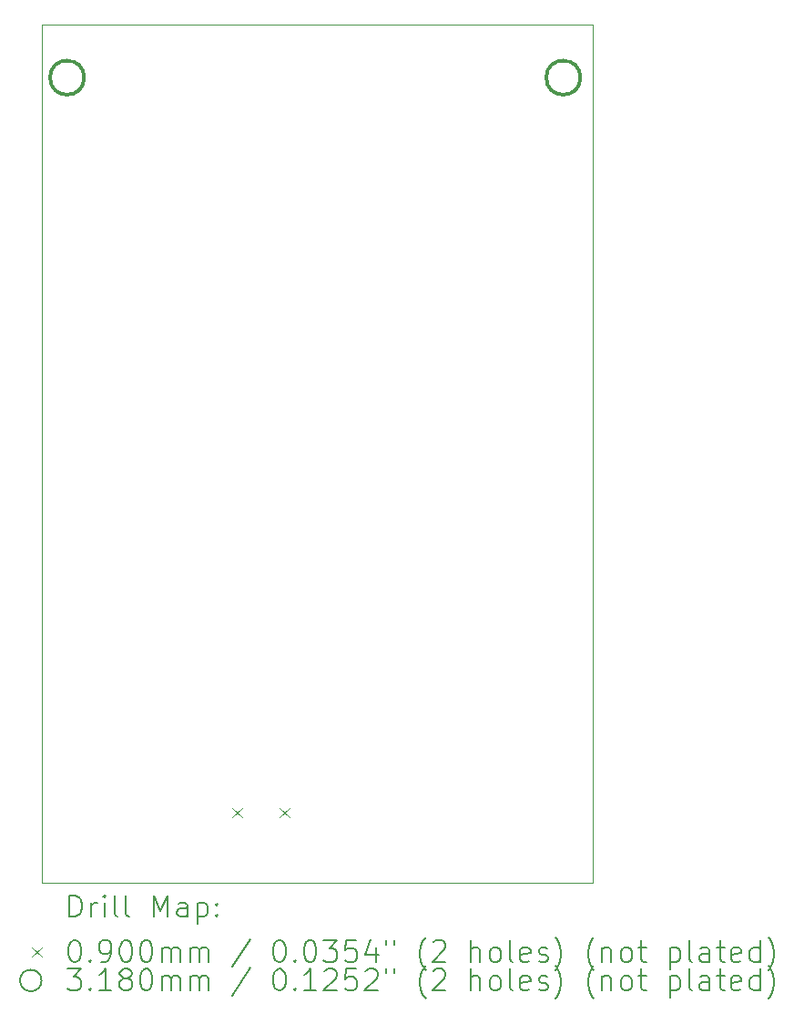
<source format=gbr>
%TF.GenerationSoftware,KiCad,Pcbnew,7.0.6*%
%TF.CreationDate,2023-07-13T10:31:53-07:00*%
%TF.ProjectId,pcb,7063622e-6b69-4636-9164-5f7063625858,rev?*%
%TF.SameCoordinates,Original*%
%TF.FileFunction,Drillmap*%
%TF.FilePolarity,Positive*%
%FSLAX45Y45*%
G04 Gerber Fmt 4.5, Leading zero omitted, Abs format (unit mm)*
G04 Created by KiCad (PCBNEW 7.0.6) date 2023-07-13 10:31:53*
%MOMM*%
%LPD*%
G01*
G04 APERTURE LIST*
%ADD10C,0.100000*%
%ADD11C,0.200000*%
%ADD12C,0.090000*%
%ADD13C,0.318000*%
G04 APERTURE END LIST*
D10*
X6075000Y-3825000D02*
X11200000Y-3825000D01*
X11200000Y-11800000D01*
X6075000Y-11800000D01*
X6075000Y-3825000D01*
D11*
D12*
X7845000Y-11105000D02*
X7935000Y-11195000D01*
X7935000Y-11105000D02*
X7845000Y-11195000D01*
X8285000Y-11105000D02*
X8375000Y-11195000D01*
X8375000Y-11105000D02*
X8285000Y-11195000D01*
D13*
X6467000Y-4318000D02*
G75*
G03*
X6467000Y-4318000I-159000J0D01*
G01*
X11081000Y-4318000D02*
G75*
G03*
X11081000Y-4318000I-159000J0D01*
G01*
D11*
X6330777Y-12116484D02*
X6330777Y-11916484D01*
X6330777Y-11916484D02*
X6378396Y-11916484D01*
X6378396Y-11916484D02*
X6406967Y-11926008D01*
X6406967Y-11926008D02*
X6426015Y-11945055D01*
X6426015Y-11945055D02*
X6435539Y-11964103D01*
X6435539Y-11964103D02*
X6445062Y-12002198D01*
X6445062Y-12002198D02*
X6445062Y-12030769D01*
X6445062Y-12030769D02*
X6435539Y-12068865D01*
X6435539Y-12068865D02*
X6426015Y-12087912D01*
X6426015Y-12087912D02*
X6406967Y-12106960D01*
X6406967Y-12106960D02*
X6378396Y-12116484D01*
X6378396Y-12116484D02*
X6330777Y-12116484D01*
X6530777Y-12116484D02*
X6530777Y-11983150D01*
X6530777Y-12021246D02*
X6540301Y-12002198D01*
X6540301Y-12002198D02*
X6549824Y-11992674D01*
X6549824Y-11992674D02*
X6568872Y-11983150D01*
X6568872Y-11983150D02*
X6587920Y-11983150D01*
X6654586Y-12116484D02*
X6654586Y-11983150D01*
X6654586Y-11916484D02*
X6645062Y-11926008D01*
X6645062Y-11926008D02*
X6654586Y-11935531D01*
X6654586Y-11935531D02*
X6664110Y-11926008D01*
X6664110Y-11926008D02*
X6654586Y-11916484D01*
X6654586Y-11916484D02*
X6654586Y-11935531D01*
X6778396Y-12116484D02*
X6759348Y-12106960D01*
X6759348Y-12106960D02*
X6749824Y-12087912D01*
X6749824Y-12087912D02*
X6749824Y-11916484D01*
X6883158Y-12116484D02*
X6864110Y-12106960D01*
X6864110Y-12106960D02*
X6854586Y-12087912D01*
X6854586Y-12087912D02*
X6854586Y-11916484D01*
X7111729Y-12116484D02*
X7111729Y-11916484D01*
X7111729Y-11916484D02*
X7178396Y-12059341D01*
X7178396Y-12059341D02*
X7245062Y-11916484D01*
X7245062Y-11916484D02*
X7245062Y-12116484D01*
X7426015Y-12116484D02*
X7426015Y-12011722D01*
X7426015Y-12011722D02*
X7416491Y-11992674D01*
X7416491Y-11992674D02*
X7397443Y-11983150D01*
X7397443Y-11983150D02*
X7359348Y-11983150D01*
X7359348Y-11983150D02*
X7340301Y-11992674D01*
X7426015Y-12106960D02*
X7406967Y-12116484D01*
X7406967Y-12116484D02*
X7359348Y-12116484D01*
X7359348Y-12116484D02*
X7340301Y-12106960D01*
X7340301Y-12106960D02*
X7330777Y-12087912D01*
X7330777Y-12087912D02*
X7330777Y-12068865D01*
X7330777Y-12068865D02*
X7340301Y-12049817D01*
X7340301Y-12049817D02*
X7359348Y-12040293D01*
X7359348Y-12040293D02*
X7406967Y-12040293D01*
X7406967Y-12040293D02*
X7426015Y-12030769D01*
X7521253Y-11983150D02*
X7521253Y-12183150D01*
X7521253Y-11992674D02*
X7540301Y-11983150D01*
X7540301Y-11983150D02*
X7578396Y-11983150D01*
X7578396Y-11983150D02*
X7597443Y-11992674D01*
X7597443Y-11992674D02*
X7606967Y-12002198D01*
X7606967Y-12002198D02*
X7616491Y-12021246D01*
X7616491Y-12021246D02*
X7616491Y-12078388D01*
X7616491Y-12078388D02*
X7606967Y-12097436D01*
X7606967Y-12097436D02*
X7597443Y-12106960D01*
X7597443Y-12106960D02*
X7578396Y-12116484D01*
X7578396Y-12116484D02*
X7540301Y-12116484D01*
X7540301Y-12116484D02*
X7521253Y-12106960D01*
X7702205Y-12097436D02*
X7711729Y-12106960D01*
X7711729Y-12106960D02*
X7702205Y-12116484D01*
X7702205Y-12116484D02*
X7692682Y-12106960D01*
X7692682Y-12106960D02*
X7702205Y-12097436D01*
X7702205Y-12097436D02*
X7702205Y-12116484D01*
X7702205Y-11992674D02*
X7711729Y-12002198D01*
X7711729Y-12002198D02*
X7702205Y-12011722D01*
X7702205Y-12011722D02*
X7692682Y-12002198D01*
X7692682Y-12002198D02*
X7702205Y-11992674D01*
X7702205Y-11992674D02*
X7702205Y-12011722D01*
D12*
X5980000Y-12400000D02*
X6070000Y-12490000D01*
X6070000Y-12400000D02*
X5980000Y-12490000D01*
D11*
X6368872Y-12336484D02*
X6387920Y-12336484D01*
X6387920Y-12336484D02*
X6406967Y-12346008D01*
X6406967Y-12346008D02*
X6416491Y-12355531D01*
X6416491Y-12355531D02*
X6426015Y-12374579D01*
X6426015Y-12374579D02*
X6435539Y-12412674D01*
X6435539Y-12412674D02*
X6435539Y-12460293D01*
X6435539Y-12460293D02*
X6426015Y-12498388D01*
X6426015Y-12498388D02*
X6416491Y-12517436D01*
X6416491Y-12517436D02*
X6406967Y-12526960D01*
X6406967Y-12526960D02*
X6387920Y-12536484D01*
X6387920Y-12536484D02*
X6368872Y-12536484D01*
X6368872Y-12536484D02*
X6349824Y-12526960D01*
X6349824Y-12526960D02*
X6340301Y-12517436D01*
X6340301Y-12517436D02*
X6330777Y-12498388D01*
X6330777Y-12498388D02*
X6321253Y-12460293D01*
X6321253Y-12460293D02*
X6321253Y-12412674D01*
X6321253Y-12412674D02*
X6330777Y-12374579D01*
X6330777Y-12374579D02*
X6340301Y-12355531D01*
X6340301Y-12355531D02*
X6349824Y-12346008D01*
X6349824Y-12346008D02*
X6368872Y-12336484D01*
X6521253Y-12517436D02*
X6530777Y-12526960D01*
X6530777Y-12526960D02*
X6521253Y-12536484D01*
X6521253Y-12536484D02*
X6511729Y-12526960D01*
X6511729Y-12526960D02*
X6521253Y-12517436D01*
X6521253Y-12517436D02*
X6521253Y-12536484D01*
X6626015Y-12536484D02*
X6664110Y-12536484D01*
X6664110Y-12536484D02*
X6683158Y-12526960D01*
X6683158Y-12526960D02*
X6692682Y-12517436D01*
X6692682Y-12517436D02*
X6711729Y-12488865D01*
X6711729Y-12488865D02*
X6721253Y-12450769D01*
X6721253Y-12450769D02*
X6721253Y-12374579D01*
X6721253Y-12374579D02*
X6711729Y-12355531D01*
X6711729Y-12355531D02*
X6702205Y-12346008D01*
X6702205Y-12346008D02*
X6683158Y-12336484D01*
X6683158Y-12336484D02*
X6645062Y-12336484D01*
X6645062Y-12336484D02*
X6626015Y-12346008D01*
X6626015Y-12346008D02*
X6616491Y-12355531D01*
X6616491Y-12355531D02*
X6606967Y-12374579D01*
X6606967Y-12374579D02*
X6606967Y-12422198D01*
X6606967Y-12422198D02*
X6616491Y-12441246D01*
X6616491Y-12441246D02*
X6626015Y-12450769D01*
X6626015Y-12450769D02*
X6645062Y-12460293D01*
X6645062Y-12460293D02*
X6683158Y-12460293D01*
X6683158Y-12460293D02*
X6702205Y-12450769D01*
X6702205Y-12450769D02*
X6711729Y-12441246D01*
X6711729Y-12441246D02*
X6721253Y-12422198D01*
X6845062Y-12336484D02*
X6864110Y-12336484D01*
X6864110Y-12336484D02*
X6883158Y-12346008D01*
X6883158Y-12346008D02*
X6892682Y-12355531D01*
X6892682Y-12355531D02*
X6902205Y-12374579D01*
X6902205Y-12374579D02*
X6911729Y-12412674D01*
X6911729Y-12412674D02*
X6911729Y-12460293D01*
X6911729Y-12460293D02*
X6902205Y-12498388D01*
X6902205Y-12498388D02*
X6892682Y-12517436D01*
X6892682Y-12517436D02*
X6883158Y-12526960D01*
X6883158Y-12526960D02*
X6864110Y-12536484D01*
X6864110Y-12536484D02*
X6845062Y-12536484D01*
X6845062Y-12536484D02*
X6826015Y-12526960D01*
X6826015Y-12526960D02*
X6816491Y-12517436D01*
X6816491Y-12517436D02*
X6806967Y-12498388D01*
X6806967Y-12498388D02*
X6797443Y-12460293D01*
X6797443Y-12460293D02*
X6797443Y-12412674D01*
X6797443Y-12412674D02*
X6806967Y-12374579D01*
X6806967Y-12374579D02*
X6816491Y-12355531D01*
X6816491Y-12355531D02*
X6826015Y-12346008D01*
X6826015Y-12346008D02*
X6845062Y-12336484D01*
X7035539Y-12336484D02*
X7054586Y-12336484D01*
X7054586Y-12336484D02*
X7073634Y-12346008D01*
X7073634Y-12346008D02*
X7083158Y-12355531D01*
X7083158Y-12355531D02*
X7092682Y-12374579D01*
X7092682Y-12374579D02*
X7102205Y-12412674D01*
X7102205Y-12412674D02*
X7102205Y-12460293D01*
X7102205Y-12460293D02*
X7092682Y-12498388D01*
X7092682Y-12498388D02*
X7083158Y-12517436D01*
X7083158Y-12517436D02*
X7073634Y-12526960D01*
X7073634Y-12526960D02*
X7054586Y-12536484D01*
X7054586Y-12536484D02*
X7035539Y-12536484D01*
X7035539Y-12536484D02*
X7016491Y-12526960D01*
X7016491Y-12526960D02*
X7006967Y-12517436D01*
X7006967Y-12517436D02*
X6997443Y-12498388D01*
X6997443Y-12498388D02*
X6987920Y-12460293D01*
X6987920Y-12460293D02*
X6987920Y-12412674D01*
X6987920Y-12412674D02*
X6997443Y-12374579D01*
X6997443Y-12374579D02*
X7006967Y-12355531D01*
X7006967Y-12355531D02*
X7016491Y-12346008D01*
X7016491Y-12346008D02*
X7035539Y-12336484D01*
X7187920Y-12536484D02*
X7187920Y-12403150D01*
X7187920Y-12422198D02*
X7197443Y-12412674D01*
X7197443Y-12412674D02*
X7216491Y-12403150D01*
X7216491Y-12403150D02*
X7245063Y-12403150D01*
X7245063Y-12403150D02*
X7264110Y-12412674D01*
X7264110Y-12412674D02*
X7273634Y-12431722D01*
X7273634Y-12431722D02*
X7273634Y-12536484D01*
X7273634Y-12431722D02*
X7283158Y-12412674D01*
X7283158Y-12412674D02*
X7302205Y-12403150D01*
X7302205Y-12403150D02*
X7330777Y-12403150D01*
X7330777Y-12403150D02*
X7349824Y-12412674D01*
X7349824Y-12412674D02*
X7359348Y-12431722D01*
X7359348Y-12431722D02*
X7359348Y-12536484D01*
X7454586Y-12536484D02*
X7454586Y-12403150D01*
X7454586Y-12422198D02*
X7464110Y-12412674D01*
X7464110Y-12412674D02*
X7483158Y-12403150D01*
X7483158Y-12403150D02*
X7511729Y-12403150D01*
X7511729Y-12403150D02*
X7530777Y-12412674D01*
X7530777Y-12412674D02*
X7540301Y-12431722D01*
X7540301Y-12431722D02*
X7540301Y-12536484D01*
X7540301Y-12431722D02*
X7549824Y-12412674D01*
X7549824Y-12412674D02*
X7568872Y-12403150D01*
X7568872Y-12403150D02*
X7597443Y-12403150D01*
X7597443Y-12403150D02*
X7616491Y-12412674D01*
X7616491Y-12412674D02*
X7626015Y-12431722D01*
X7626015Y-12431722D02*
X7626015Y-12536484D01*
X8016491Y-12326960D02*
X7845063Y-12584103D01*
X8273634Y-12336484D02*
X8292682Y-12336484D01*
X8292682Y-12336484D02*
X8311729Y-12346008D01*
X8311729Y-12346008D02*
X8321253Y-12355531D01*
X8321253Y-12355531D02*
X8330777Y-12374579D01*
X8330777Y-12374579D02*
X8340301Y-12412674D01*
X8340301Y-12412674D02*
X8340301Y-12460293D01*
X8340301Y-12460293D02*
X8330777Y-12498388D01*
X8330777Y-12498388D02*
X8321253Y-12517436D01*
X8321253Y-12517436D02*
X8311729Y-12526960D01*
X8311729Y-12526960D02*
X8292682Y-12536484D01*
X8292682Y-12536484D02*
X8273634Y-12536484D01*
X8273634Y-12536484D02*
X8254586Y-12526960D01*
X8254586Y-12526960D02*
X8245063Y-12517436D01*
X8245063Y-12517436D02*
X8235539Y-12498388D01*
X8235539Y-12498388D02*
X8226015Y-12460293D01*
X8226015Y-12460293D02*
X8226015Y-12412674D01*
X8226015Y-12412674D02*
X8235539Y-12374579D01*
X8235539Y-12374579D02*
X8245063Y-12355531D01*
X8245063Y-12355531D02*
X8254586Y-12346008D01*
X8254586Y-12346008D02*
X8273634Y-12336484D01*
X8426015Y-12517436D02*
X8435539Y-12526960D01*
X8435539Y-12526960D02*
X8426015Y-12536484D01*
X8426015Y-12536484D02*
X8416491Y-12526960D01*
X8416491Y-12526960D02*
X8426015Y-12517436D01*
X8426015Y-12517436D02*
X8426015Y-12536484D01*
X8559348Y-12336484D02*
X8578396Y-12336484D01*
X8578396Y-12336484D02*
X8597444Y-12346008D01*
X8597444Y-12346008D02*
X8606968Y-12355531D01*
X8606968Y-12355531D02*
X8616491Y-12374579D01*
X8616491Y-12374579D02*
X8626015Y-12412674D01*
X8626015Y-12412674D02*
X8626015Y-12460293D01*
X8626015Y-12460293D02*
X8616491Y-12498388D01*
X8616491Y-12498388D02*
X8606968Y-12517436D01*
X8606968Y-12517436D02*
X8597444Y-12526960D01*
X8597444Y-12526960D02*
X8578396Y-12536484D01*
X8578396Y-12536484D02*
X8559348Y-12536484D01*
X8559348Y-12536484D02*
X8540301Y-12526960D01*
X8540301Y-12526960D02*
X8530777Y-12517436D01*
X8530777Y-12517436D02*
X8521253Y-12498388D01*
X8521253Y-12498388D02*
X8511729Y-12460293D01*
X8511729Y-12460293D02*
X8511729Y-12412674D01*
X8511729Y-12412674D02*
X8521253Y-12374579D01*
X8521253Y-12374579D02*
X8530777Y-12355531D01*
X8530777Y-12355531D02*
X8540301Y-12346008D01*
X8540301Y-12346008D02*
X8559348Y-12336484D01*
X8692682Y-12336484D02*
X8816491Y-12336484D01*
X8816491Y-12336484D02*
X8749825Y-12412674D01*
X8749825Y-12412674D02*
X8778396Y-12412674D01*
X8778396Y-12412674D02*
X8797444Y-12422198D01*
X8797444Y-12422198D02*
X8806968Y-12431722D01*
X8806968Y-12431722D02*
X8816491Y-12450769D01*
X8816491Y-12450769D02*
X8816491Y-12498388D01*
X8816491Y-12498388D02*
X8806968Y-12517436D01*
X8806968Y-12517436D02*
X8797444Y-12526960D01*
X8797444Y-12526960D02*
X8778396Y-12536484D01*
X8778396Y-12536484D02*
X8721253Y-12536484D01*
X8721253Y-12536484D02*
X8702206Y-12526960D01*
X8702206Y-12526960D02*
X8692682Y-12517436D01*
X8997444Y-12336484D02*
X8902206Y-12336484D01*
X8902206Y-12336484D02*
X8892682Y-12431722D01*
X8892682Y-12431722D02*
X8902206Y-12422198D01*
X8902206Y-12422198D02*
X8921253Y-12412674D01*
X8921253Y-12412674D02*
X8968872Y-12412674D01*
X8968872Y-12412674D02*
X8987920Y-12422198D01*
X8987920Y-12422198D02*
X8997444Y-12431722D01*
X8997444Y-12431722D02*
X9006968Y-12450769D01*
X9006968Y-12450769D02*
X9006968Y-12498388D01*
X9006968Y-12498388D02*
X8997444Y-12517436D01*
X8997444Y-12517436D02*
X8987920Y-12526960D01*
X8987920Y-12526960D02*
X8968872Y-12536484D01*
X8968872Y-12536484D02*
X8921253Y-12536484D01*
X8921253Y-12536484D02*
X8902206Y-12526960D01*
X8902206Y-12526960D02*
X8892682Y-12517436D01*
X9178396Y-12403150D02*
X9178396Y-12536484D01*
X9130777Y-12326960D02*
X9083158Y-12469817D01*
X9083158Y-12469817D02*
X9206968Y-12469817D01*
X9273634Y-12336484D02*
X9273634Y-12374579D01*
X9349825Y-12336484D02*
X9349825Y-12374579D01*
X9645063Y-12612674D02*
X9635539Y-12603150D01*
X9635539Y-12603150D02*
X9616491Y-12574579D01*
X9616491Y-12574579D02*
X9606968Y-12555531D01*
X9606968Y-12555531D02*
X9597444Y-12526960D01*
X9597444Y-12526960D02*
X9587920Y-12479341D01*
X9587920Y-12479341D02*
X9587920Y-12441246D01*
X9587920Y-12441246D02*
X9597444Y-12393627D01*
X9597444Y-12393627D02*
X9606968Y-12365055D01*
X9606968Y-12365055D02*
X9616491Y-12346008D01*
X9616491Y-12346008D02*
X9635539Y-12317436D01*
X9635539Y-12317436D02*
X9645063Y-12307912D01*
X9711730Y-12355531D02*
X9721253Y-12346008D01*
X9721253Y-12346008D02*
X9740301Y-12336484D01*
X9740301Y-12336484D02*
X9787920Y-12336484D01*
X9787920Y-12336484D02*
X9806968Y-12346008D01*
X9806968Y-12346008D02*
X9816491Y-12355531D01*
X9816491Y-12355531D02*
X9826015Y-12374579D01*
X9826015Y-12374579D02*
X9826015Y-12393627D01*
X9826015Y-12393627D02*
X9816491Y-12422198D01*
X9816491Y-12422198D02*
X9702206Y-12536484D01*
X9702206Y-12536484D02*
X9826015Y-12536484D01*
X10064111Y-12536484D02*
X10064111Y-12336484D01*
X10149825Y-12536484D02*
X10149825Y-12431722D01*
X10149825Y-12431722D02*
X10140301Y-12412674D01*
X10140301Y-12412674D02*
X10121253Y-12403150D01*
X10121253Y-12403150D02*
X10092682Y-12403150D01*
X10092682Y-12403150D02*
X10073634Y-12412674D01*
X10073634Y-12412674D02*
X10064111Y-12422198D01*
X10273634Y-12536484D02*
X10254587Y-12526960D01*
X10254587Y-12526960D02*
X10245063Y-12517436D01*
X10245063Y-12517436D02*
X10235539Y-12498388D01*
X10235539Y-12498388D02*
X10235539Y-12441246D01*
X10235539Y-12441246D02*
X10245063Y-12422198D01*
X10245063Y-12422198D02*
X10254587Y-12412674D01*
X10254587Y-12412674D02*
X10273634Y-12403150D01*
X10273634Y-12403150D02*
X10302206Y-12403150D01*
X10302206Y-12403150D02*
X10321253Y-12412674D01*
X10321253Y-12412674D02*
X10330777Y-12422198D01*
X10330777Y-12422198D02*
X10340301Y-12441246D01*
X10340301Y-12441246D02*
X10340301Y-12498388D01*
X10340301Y-12498388D02*
X10330777Y-12517436D01*
X10330777Y-12517436D02*
X10321253Y-12526960D01*
X10321253Y-12526960D02*
X10302206Y-12536484D01*
X10302206Y-12536484D02*
X10273634Y-12536484D01*
X10454587Y-12536484D02*
X10435539Y-12526960D01*
X10435539Y-12526960D02*
X10426015Y-12507912D01*
X10426015Y-12507912D02*
X10426015Y-12336484D01*
X10606968Y-12526960D02*
X10587920Y-12536484D01*
X10587920Y-12536484D02*
X10549825Y-12536484D01*
X10549825Y-12536484D02*
X10530777Y-12526960D01*
X10530777Y-12526960D02*
X10521253Y-12507912D01*
X10521253Y-12507912D02*
X10521253Y-12431722D01*
X10521253Y-12431722D02*
X10530777Y-12412674D01*
X10530777Y-12412674D02*
X10549825Y-12403150D01*
X10549825Y-12403150D02*
X10587920Y-12403150D01*
X10587920Y-12403150D02*
X10606968Y-12412674D01*
X10606968Y-12412674D02*
X10616492Y-12431722D01*
X10616492Y-12431722D02*
X10616492Y-12450769D01*
X10616492Y-12450769D02*
X10521253Y-12469817D01*
X10692682Y-12526960D02*
X10711730Y-12536484D01*
X10711730Y-12536484D02*
X10749825Y-12536484D01*
X10749825Y-12536484D02*
X10768873Y-12526960D01*
X10768873Y-12526960D02*
X10778396Y-12507912D01*
X10778396Y-12507912D02*
X10778396Y-12498388D01*
X10778396Y-12498388D02*
X10768873Y-12479341D01*
X10768873Y-12479341D02*
X10749825Y-12469817D01*
X10749825Y-12469817D02*
X10721253Y-12469817D01*
X10721253Y-12469817D02*
X10702206Y-12460293D01*
X10702206Y-12460293D02*
X10692682Y-12441246D01*
X10692682Y-12441246D02*
X10692682Y-12431722D01*
X10692682Y-12431722D02*
X10702206Y-12412674D01*
X10702206Y-12412674D02*
X10721253Y-12403150D01*
X10721253Y-12403150D02*
X10749825Y-12403150D01*
X10749825Y-12403150D02*
X10768873Y-12412674D01*
X10845063Y-12612674D02*
X10854587Y-12603150D01*
X10854587Y-12603150D02*
X10873634Y-12574579D01*
X10873634Y-12574579D02*
X10883158Y-12555531D01*
X10883158Y-12555531D02*
X10892682Y-12526960D01*
X10892682Y-12526960D02*
X10902206Y-12479341D01*
X10902206Y-12479341D02*
X10902206Y-12441246D01*
X10902206Y-12441246D02*
X10892682Y-12393627D01*
X10892682Y-12393627D02*
X10883158Y-12365055D01*
X10883158Y-12365055D02*
X10873634Y-12346008D01*
X10873634Y-12346008D02*
X10854587Y-12317436D01*
X10854587Y-12317436D02*
X10845063Y-12307912D01*
X11206968Y-12612674D02*
X11197444Y-12603150D01*
X11197444Y-12603150D02*
X11178396Y-12574579D01*
X11178396Y-12574579D02*
X11168873Y-12555531D01*
X11168873Y-12555531D02*
X11159349Y-12526960D01*
X11159349Y-12526960D02*
X11149825Y-12479341D01*
X11149825Y-12479341D02*
X11149825Y-12441246D01*
X11149825Y-12441246D02*
X11159349Y-12393627D01*
X11159349Y-12393627D02*
X11168873Y-12365055D01*
X11168873Y-12365055D02*
X11178396Y-12346008D01*
X11178396Y-12346008D02*
X11197444Y-12317436D01*
X11197444Y-12317436D02*
X11206968Y-12307912D01*
X11283158Y-12403150D02*
X11283158Y-12536484D01*
X11283158Y-12422198D02*
X11292682Y-12412674D01*
X11292682Y-12412674D02*
X11311730Y-12403150D01*
X11311730Y-12403150D02*
X11340301Y-12403150D01*
X11340301Y-12403150D02*
X11359349Y-12412674D01*
X11359349Y-12412674D02*
X11368872Y-12431722D01*
X11368872Y-12431722D02*
X11368872Y-12536484D01*
X11492682Y-12536484D02*
X11473634Y-12526960D01*
X11473634Y-12526960D02*
X11464111Y-12517436D01*
X11464111Y-12517436D02*
X11454587Y-12498388D01*
X11454587Y-12498388D02*
X11454587Y-12441246D01*
X11454587Y-12441246D02*
X11464111Y-12422198D01*
X11464111Y-12422198D02*
X11473634Y-12412674D01*
X11473634Y-12412674D02*
X11492682Y-12403150D01*
X11492682Y-12403150D02*
X11521253Y-12403150D01*
X11521253Y-12403150D02*
X11540301Y-12412674D01*
X11540301Y-12412674D02*
X11549825Y-12422198D01*
X11549825Y-12422198D02*
X11559349Y-12441246D01*
X11559349Y-12441246D02*
X11559349Y-12498388D01*
X11559349Y-12498388D02*
X11549825Y-12517436D01*
X11549825Y-12517436D02*
X11540301Y-12526960D01*
X11540301Y-12526960D02*
X11521253Y-12536484D01*
X11521253Y-12536484D02*
X11492682Y-12536484D01*
X11616492Y-12403150D02*
X11692682Y-12403150D01*
X11645063Y-12336484D02*
X11645063Y-12507912D01*
X11645063Y-12507912D02*
X11654587Y-12526960D01*
X11654587Y-12526960D02*
X11673634Y-12536484D01*
X11673634Y-12536484D02*
X11692682Y-12536484D01*
X11911730Y-12403150D02*
X11911730Y-12603150D01*
X11911730Y-12412674D02*
X11930777Y-12403150D01*
X11930777Y-12403150D02*
X11968873Y-12403150D01*
X11968873Y-12403150D02*
X11987920Y-12412674D01*
X11987920Y-12412674D02*
X11997444Y-12422198D01*
X11997444Y-12422198D02*
X12006968Y-12441246D01*
X12006968Y-12441246D02*
X12006968Y-12498388D01*
X12006968Y-12498388D02*
X11997444Y-12517436D01*
X11997444Y-12517436D02*
X11987920Y-12526960D01*
X11987920Y-12526960D02*
X11968873Y-12536484D01*
X11968873Y-12536484D02*
X11930777Y-12536484D01*
X11930777Y-12536484D02*
X11911730Y-12526960D01*
X12121253Y-12536484D02*
X12102206Y-12526960D01*
X12102206Y-12526960D02*
X12092682Y-12507912D01*
X12092682Y-12507912D02*
X12092682Y-12336484D01*
X12283158Y-12536484D02*
X12283158Y-12431722D01*
X12283158Y-12431722D02*
X12273634Y-12412674D01*
X12273634Y-12412674D02*
X12254587Y-12403150D01*
X12254587Y-12403150D02*
X12216492Y-12403150D01*
X12216492Y-12403150D02*
X12197444Y-12412674D01*
X12283158Y-12526960D02*
X12264111Y-12536484D01*
X12264111Y-12536484D02*
X12216492Y-12536484D01*
X12216492Y-12536484D02*
X12197444Y-12526960D01*
X12197444Y-12526960D02*
X12187920Y-12507912D01*
X12187920Y-12507912D02*
X12187920Y-12488865D01*
X12187920Y-12488865D02*
X12197444Y-12469817D01*
X12197444Y-12469817D02*
X12216492Y-12460293D01*
X12216492Y-12460293D02*
X12264111Y-12460293D01*
X12264111Y-12460293D02*
X12283158Y-12450769D01*
X12349825Y-12403150D02*
X12426015Y-12403150D01*
X12378396Y-12336484D02*
X12378396Y-12507912D01*
X12378396Y-12507912D02*
X12387920Y-12526960D01*
X12387920Y-12526960D02*
X12406968Y-12536484D01*
X12406968Y-12536484D02*
X12426015Y-12536484D01*
X12568873Y-12526960D02*
X12549825Y-12536484D01*
X12549825Y-12536484D02*
X12511730Y-12536484D01*
X12511730Y-12536484D02*
X12492682Y-12526960D01*
X12492682Y-12526960D02*
X12483158Y-12507912D01*
X12483158Y-12507912D02*
X12483158Y-12431722D01*
X12483158Y-12431722D02*
X12492682Y-12412674D01*
X12492682Y-12412674D02*
X12511730Y-12403150D01*
X12511730Y-12403150D02*
X12549825Y-12403150D01*
X12549825Y-12403150D02*
X12568873Y-12412674D01*
X12568873Y-12412674D02*
X12578396Y-12431722D01*
X12578396Y-12431722D02*
X12578396Y-12450769D01*
X12578396Y-12450769D02*
X12483158Y-12469817D01*
X12749825Y-12536484D02*
X12749825Y-12336484D01*
X12749825Y-12526960D02*
X12730777Y-12536484D01*
X12730777Y-12536484D02*
X12692682Y-12536484D01*
X12692682Y-12536484D02*
X12673634Y-12526960D01*
X12673634Y-12526960D02*
X12664111Y-12517436D01*
X12664111Y-12517436D02*
X12654587Y-12498388D01*
X12654587Y-12498388D02*
X12654587Y-12441246D01*
X12654587Y-12441246D02*
X12664111Y-12422198D01*
X12664111Y-12422198D02*
X12673634Y-12412674D01*
X12673634Y-12412674D02*
X12692682Y-12403150D01*
X12692682Y-12403150D02*
X12730777Y-12403150D01*
X12730777Y-12403150D02*
X12749825Y-12412674D01*
X12826015Y-12612674D02*
X12835539Y-12603150D01*
X12835539Y-12603150D02*
X12854587Y-12574579D01*
X12854587Y-12574579D02*
X12864111Y-12555531D01*
X12864111Y-12555531D02*
X12873634Y-12526960D01*
X12873634Y-12526960D02*
X12883158Y-12479341D01*
X12883158Y-12479341D02*
X12883158Y-12441246D01*
X12883158Y-12441246D02*
X12873634Y-12393627D01*
X12873634Y-12393627D02*
X12864111Y-12365055D01*
X12864111Y-12365055D02*
X12854587Y-12346008D01*
X12854587Y-12346008D02*
X12835539Y-12317436D01*
X12835539Y-12317436D02*
X12826015Y-12307912D01*
X6070000Y-12709000D02*
G75*
G03*
X6070000Y-12709000I-100000J0D01*
G01*
X6311729Y-12600484D02*
X6435539Y-12600484D01*
X6435539Y-12600484D02*
X6368872Y-12676674D01*
X6368872Y-12676674D02*
X6397443Y-12676674D01*
X6397443Y-12676674D02*
X6416491Y-12686198D01*
X6416491Y-12686198D02*
X6426015Y-12695722D01*
X6426015Y-12695722D02*
X6435539Y-12714769D01*
X6435539Y-12714769D02*
X6435539Y-12762388D01*
X6435539Y-12762388D02*
X6426015Y-12781436D01*
X6426015Y-12781436D02*
X6416491Y-12790960D01*
X6416491Y-12790960D02*
X6397443Y-12800484D01*
X6397443Y-12800484D02*
X6340301Y-12800484D01*
X6340301Y-12800484D02*
X6321253Y-12790960D01*
X6321253Y-12790960D02*
X6311729Y-12781436D01*
X6521253Y-12781436D02*
X6530777Y-12790960D01*
X6530777Y-12790960D02*
X6521253Y-12800484D01*
X6521253Y-12800484D02*
X6511729Y-12790960D01*
X6511729Y-12790960D02*
X6521253Y-12781436D01*
X6521253Y-12781436D02*
X6521253Y-12800484D01*
X6721253Y-12800484D02*
X6606967Y-12800484D01*
X6664110Y-12800484D02*
X6664110Y-12600484D01*
X6664110Y-12600484D02*
X6645062Y-12629055D01*
X6645062Y-12629055D02*
X6626015Y-12648103D01*
X6626015Y-12648103D02*
X6606967Y-12657627D01*
X6835539Y-12686198D02*
X6816491Y-12676674D01*
X6816491Y-12676674D02*
X6806967Y-12667150D01*
X6806967Y-12667150D02*
X6797443Y-12648103D01*
X6797443Y-12648103D02*
X6797443Y-12638579D01*
X6797443Y-12638579D02*
X6806967Y-12619531D01*
X6806967Y-12619531D02*
X6816491Y-12610008D01*
X6816491Y-12610008D02*
X6835539Y-12600484D01*
X6835539Y-12600484D02*
X6873634Y-12600484D01*
X6873634Y-12600484D02*
X6892682Y-12610008D01*
X6892682Y-12610008D02*
X6902205Y-12619531D01*
X6902205Y-12619531D02*
X6911729Y-12638579D01*
X6911729Y-12638579D02*
X6911729Y-12648103D01*
X6911729Y-12648103D02*
X6902205Y-12667150D01*
X6902205Y-12667150D02*
X6892682Y-12676674D01*
X6892682Y-12676674D02*
X6873634Y-12686198D01*
X6873634Y-12686198D02*
X6835539Y-12686198D01*
X6835539Y-12686198D02*
X6816491Y-12695722D01*
X6816491Y-12695722D02*
X6806967Y-12705246D01*
X6806967Y-12705246D02*
X6797443Y-12724293D01*
X6797443Y-12724293D02*
X6797443Y-12762388D01*
X6797443Y-12762388D02*
X6806967Y-12781436D01*
X6806967Y-12781436D02*
X6816491Y-12790960D01*
X6816491Y-12790960D02*
X6835539Y-12800484D01*
X6835539Y-12800484D02*
X6873634Y-12800484D01*
X6873634Y-12800484D02*
X6892682Y-12790960D01*
X6892682Y-12790960D02*
X6902205Y-12781436D01*
X6902205Y-12781436D02*
X6911729Y-12762388D01*
X6911729Y-12762388D02*
X6911729Y-12724293D01*
X6911729Y-12724293D02*
X6902205Y-12705246D01*
X6902205Y-12705246D02*
X6892682Y-12695722D01*
X6892682Y-12695722D02*
X6873634Y-12686198D01*
X7035539Y-12600484D02*
X7054586Y-12600484D01*
X7054586Y-12600484D02*
X7073634Y-12610008D01*
X7073634Y-12610008D02*
X7083158Y-12619531D01*
X7083158Y-12619531D02*
X7092682Y-12638579D01*
X7092682Y-12638579D02*
X7102205Y-12676674D01*
X7102205Y-12676674D02*
X7102205Y-12724293D01*
X7102205Y-12724293D02*
X7092682Y-12762388D01*
X7092682Y-12762388D02*
X7083158Y-12781436D01*
X7083158Y-12781436D02*
X7073634Y-12790960D01*
X7073634Y-12790960D02*
X7054586Y-12800484D01*
X7054586Y-12800484D02*
X7035539Y-12800484D01*
X7035539Y-12800484D02*
X7016491Y-12790960D01*
X7016491Y-12790960D02*
X7006967Y-12781436D01*
X7006967Y-12781436D02*
X6997443Y-12762388D01*
X6997443Y-12762388D02*
X6987920Y-12724293D01*
X6987920Y-12724293D02*
X6987920Y-12676674D01*
X6987920Y-12676674D02*
X6997443Y-12638579D01*
X6997443Y-12638579D02*
X7006967Y-12619531D01*
X7006967Y-12619531D02*
X7016491Y-12610008D01*
X7016491Y-12610008D02*
X7035539Y-12600484D01*
X7187920Y-12800484D02*
X7187920Y-12667150D01*
X7187920Y-12686198D02*
X7197443Y-12676674D01*
X7197443Y-12676674D02*
X7216491Y-12667150D01*
X7216491Y-12667150D02*
X7245063Y-12667150D01*
X7245063Y-12667150D02*
X7264110Y-12676674D01*
X7264110Y-12676674D02*
X7273634Y-12695722D01*
X7273634Y-12695722D02*
X7273634Y-12800484D01*
X7273634Y-12695722D02*
X7283158Y-12676674D01*
X7283158Y-12676674D02*
X7302205Y-12667150D01*
X7302205Y-12667150D02*
X7330777Y-12667150D01*
X7330777Y-12667150D02*
X7349824Y-12676674D01*
X7349824Y-12676674D02*
X7359348Y-12695722D01*
X7359348Y-12695722D02*
X7359348Y-12800484D01*
X7454586Y-12800484D02*
X7454586Y-12667150D01*
X7454586Y-12686198D02*
X7464110Y-12676674D01*
X7464110Y-12676674D02*
X7483158Y-12667150D01*
X7483158Y-12667150D02*
X7511729Y-12667150D01*
X7511729Y-12667150D02*
X7530777Y-12676674D01*
X7530777Y-12676674D02*
X7540301Y-12695722D01*
X7540301Y-12695722D02*
X7540301Y-12800484D01*
X7540301Y-12695722D02*
X7549824Y-12676674D01*
X7549824Y-12676674D02*
X7568872Y-12667150D01*
X7568872Y-12667150D02*
X7597443Y-12667150D01*
X7597443Y-12667150D02*
X7616491Y-12676674D01*
X7616491Y-12676674D02*
X7626015Y-12695722D01*
X7626015Y-12695722D02*
X7626015Y-12800484D01*
X8016491Y-12590960D02*
X7845063Y-12848103D01*
X8273634Y-12600484D02*
X8292682Y-12600484D01*
X8292682Y-12600484D02*
X8311729Y-12610008D01*
X8311729Y-12610008D02*
X8321253Y-12619531D01*
X8321253Y-12619531D02*
X8330777Y-12638579D01*
X8330777Y-12638579D02*
X8340301Y-12676674D01*
X8340301Y-12676674D02*
X8340301Y-12724293D01*
X8340301Y-12724293D02*
X8330777Y-12762388D01*
X8330777Y-12762388D02*
X8321253Y-12781436D01*
X8321253Y-12781436D02*
X8311729Y-12790960D01*
X8311729Y-12790960D02*
X8292682Y-12800484D01*
X8292682Y-12800484D02*
X8273634Y-12800484D01*
X8273634Y-12800484D02*
X8254586Y-12790960D01*
X8254586Y-12790960D02*
X8245063Y-12781436D01*
X8245063Y-12781436D02*
X8235539Y-12762388D01*
X8235539Y-12762388D02*
X8226015Y-12724293D01*
X8226015Y-12724293D02*
X8226015Y-12676674D01*
X8226015Y-12676674D02*
X8235539Y-12638579D01*
X8235539Y-12638579D02*
X8245063Y-12619531D01*
X8245063Y-12619531D02*
X8254586Y-12610008D01*
X8254586Y-12610008D02*
X8273634Y-12600484D01*
X8426015Y-12781436D02*
X8435539Y-12790960D01*
X8435539Y-12790960D02*
X8426015Y-12800484D01*
X8426015Y-12800484D02*
X8416491Y-12790960D01*
X8416491Y-12790960D02*
X8426015Y-12781436D01*
X8426015Y-12781436D02*
X8426015Y-12800484D01*
X8626015Y-12800484D02*
X8511729Y-12800484D01*
X8568872Y-12800484D02*
X8568872Y-12600484D01*
X8568872Y-12600484D02*
X8549825Y-12629055D01*
X8549825Y-12629055D02*
X8530777Y-12648103D01*
X8530777Y-12648103D02*
X8511729Y-12657627D01*
X8702206Y-12619531D02*
X8711729Y-12610008D01*
X8711729Y-12610008D02*
X8730777Y-12600484D01*
X8730777Y-12600484D02*
X8778396Y-12600484D01*
X8778396Y-12600484D02*
X8797444Y-12610008D01*
X8797444Y-12610008D02*
X8806968Y-12619531D01*
X8806968Y-12619531D02*
X8816491Y-12638579D01*
X8816491Y-12638579D02*
X8816491Y-12657627D01*
X8816491Y-12657627D02*
X8806968Y-12686198D01*
X8806968Y-12686198D02*
X8692682Y-12800484D01*
X8692682Y-12800484D02*
X8816491Y-12800484D01*
X8997444Y-12600484D02*
X8902206Y-12600484D01*
X8902206Y-12600484D02*
X8892682Y-12695722D01*
X8892682Y-12695722D02*
X8902206Y-12686198D01*
X8902206Y-12686198D02*
X8921253Y-12676674D01*
X8921253Y-12676674D02*
X8968872Y-12676674D01*
X8968872Y-12676674D02*
X8987920Y-12686198D01*
X8987920Y-12686198D02*
X8997444Y-12695722D01*
X8997444Y-12695722D02*
X9006968Y-12714769D01*
X9006968Y-12714769D02*
X9006968Y-12762388D01*
X9006968Y-12762388D02*
X8997444Y-12781436D01*
X8997444Y-12781436D02*
X8987920Y-12790960D01*
X8987920Y-12790960D02*
X8968872Y-12800484D01*
X8968872Y-12800484D02*
X8921253Y-12800484D01*
X8921253Y-12800484D02*
X8902206Y-12790960D01*
X8902206Y-12790960D02*
X8892682Y-12781436D01*
X9083158Y-12619531D02*
X9092682Y-12610008D01*
X9092682Y-12610008D02*
X9111729Y-12600484D01*
X9111729Y-12600484D02*
X9159349Y-12600484D01*
X9159349Y-12600484D02*
X9178396Y-12610008D01*
X9178396Y-12610008D02*
X9187920Y-12619531D01*
X9187920Y-12619531D02*
X9197444Y-12638579D01*
X9197444Y-12638579D02*
X9197444Y-12657627D01*
X9197444Y-12657627D02*
X9187920Y-12686198D01*
X9187920Y-12686198D02*
X9073634Y-12800484D01*
X9073634Y-12800484D02*
X9197444Y-12800484D01*
X9273634Y-12600484D02*
X9273634Y-12638579D01*
X9349825Y-12600484D02*
X9349825Y-12638579D01*
X9645063Y-12876674D02*
X9635539Y-12867150D01*
X9635539Y-12867150D02*
X9616491Y-12838579D01*
X9616491Y-12838579D02*
X9606968Y-12819531D01*
X9606968Y-12819531D02*
X9597444Y-12790960D01*
X9597444Y-12790960D02*
X9587920Y-12743341D01*
X9587920Y-12743341D02*
X9587920Y-12705246D01*
X9587920Y-12705246D02*
X9597444Y-12657627D01*
X9597444Y-12657627D02*
X9606968Y-12629055D01*
X9606968Y-12629055D02*
X9616491Y-12610008D01*
X9616491Y-12610008D02*
X9635539Y-12581436D01*
X9635539Y-12581436D02*
X9645063Y-12571912D01*
X9711730Y-12619531D02*
X9721253Y-12610008D01*
X9721253Y-12610008D02*
X9740301Y-12600484D01*
X9740301Y-12600484D02*
X9787920Y-12600484D01*
X9787920Y-12600484D02*
X9806968Y-12610008D01*
X9806968Y-12610008D02*
X9816491Y-12619531D01*
X9816491Y-12619531D02*
X9826015Y-12638579D01*
X9826015Y-12638579D02*
X9826015Y-12657627D01*
X9826015Y-12657627D02*
X9816491Y-12686198D01*
X9816491Y-12686198D02*
X9702206Y-12800484D01*
X9702206Y-12800484D02*
X9826015Y-12800484D01*
X10064111Y-12800484D02*
X10064111Y-12600484D01*
X10149825Y-12800484D02*
X10149825Y-12695722D01*
X10149825Y-12695722D02*
X10140301Y-12676674D01*
X10140301Y-12676674D02*
X10121253Y-12667150D01*
X10121253Y-12667150D02*
X10092682Y-12667150D01*
X10092682Y-12667150D02*
X10073634Y-12676674D01*
X10073634Y-12676674D02*
X10064111Y-12686198D01*
X10273634Y-12800484D02*
X10254587Y-12790960D01*
X10254587Y-12790960D02*
X10245063Y-12781436D01*
X10245063Y-12781436D02*
X10235539Y-12762388D01*
X10235539Y-12762388D02*
X10235539Y-12705246D01*
X10235539Y-12705246D02*
X10245063Y-12686198D01*
X10245063Y-12686198D02*
X10254587Y-12676674D01*
X10254587Y-12676674D02*
X10273634Y-12667150D01*
X10273634Y-12667150D02*
X10302206Y-12667150D01*
X10302206Y-12667150D02*
X10321253Y-12676674D01*
X10321253Y-12676674D02*
X10330777Y-12686198D01*
X10330777Y-12686198D02*
X10340301Y-12705246D01*
X10340301Y-12705246D02*
X10340301Y-12762388D01*
X10340301Y-12762388D02*
X10330777Y-12781436D01*
X10330777Y-12781436D02*
X10321253Y-12790960D01*
X10321253Y-12790960D02*
X10302206Y-12800484D01*
X10302206Y-12800484D02*
X10273634Y-12800484D01*
X10454587Y-12800484D02*
X10435539Y-12790960D01*
X10435539Y-12790960D02*
X10426015Y-12771912D01*
X10426015Y-12771912D02*
X10426015Y-12600484D01*
X10606968Y-12790960D02*
X10587920Y-12800484D01*
X10587920Y-12800484D02*
X10549825Y-12800484D01*
X10549825Y-12800484D02*
X10530777Y-12790960D01*
X10530777Y-12790960D02*
X10521253Y-12771912D01*
X10521253Y-12771912D02*
X10521253Y-12695722D01*
X10521253Y-12695722D02*
X10530777Y-12676674D01*
X10530777Y-12676674D02*
X10549825Y-12667150D01*
X10549825Y-12667150D02*
X10587920Y-12667150D01*
X10587920Y-12667150D02*
X10606968Y-12676674D01*
X10606968Y-12676674D02*
X10616492Y-12695722D01*
X10616492Y-12695722D02*
X10616492Y-12714769D01*
X10616492Y-12714769D02*
X10521253Y-12733817D01*
X10692682Y-12790960D02*
X10711730Y-12800484D01*
X10711730Y-12800484D02*
X10749825Y-12800484D01*
X10749825Y-12800484D02*
X10768873Y-12790960D01*
X10768873Y-12790960D02*
X10778396Y-12771912D01*
X10778396Y-12771912D02*
X10778396Y-12762388D01*
X10778396Y-12762388D02*
X10768873Y-12743341D01*
X10768873Y-12743341D02*
X10749825Y-12733817D01*
X10749825Y-12733817D02*
X10721253Y-12733817D01*
X10721253Y-12733817D02*
X10702206Y-12724293D01*
X10702206Y-12724293D02*
X10692682Y-12705246D01*
X10692682Y-12705246D02*
X10692682Y-12695722D01*
X10692682Y-12695722D02*
X10702206Y-12676674D01*
X10702206Y-12676674D02*
X10721253Y-12667150D01*
X10721253Y-12667150D02*
X10749825Y-12667150D01*
X10749825Y-12667150D02*
X10768873Y-12676674D01*
X10845063Y-12876674D02*
X10854587Y-12867150D01*
X10854587Y-12867150D02*
X10873634Y-12838579D01*
X10873634Y-12838579D02*
X10883158Y-12819531D01*
X10883158Y-12819531D02*
X10892682Y-12790960D01*
X10892682Y-12790960D02*
X10902206Y-12743341D01*
X10902206Y-12743341D02*
X10902206Y-12705246D01*
X10902206Y-12705246D02*
X10892682Y-12657627D01*
X10892682Y-12657627D02*
X10883158Y-12629055D01*
X10883158Y-12629055D02*
X10873634Y-12610008D01*
X10873634Y-12610008D02*
X10854587Y-12581436D01*
X10854587Y-12581436D02*
X10845063Y-12571912D01*
X11206968Y-12876674D02*
X11197444Y-12867150D01*
X11197444Y-12867150D02*
X11178396Y-12838579D01*
X11178396Y-12838579D02*
X11168873Y-12819531D01*
X11168873Y-12819531D02*
X11159349Y-12790960D01*
X11159349Y-12790960D02*
X11149825Y-12743341D01*
X11149825Y-12743341D02*
X11149825Y-12705246D01*
X11149825Y-12705246D02*
X11159349Y-12657627D01*
X11159349Y-12657627D02*
X11168873Y-12629055D01*
X11168873Y-12629055D02*
X11178396Y-12610008D01*
X11178396Y-12610008D02*
X11197444Y-12581436D01*
X11197444Y-12581436D02*
X11206968Y-12571912D01*
X11283158Y-12667150D02*
X11283158Y-12800484D01*
X11283158Y-12686198D02*
X11292682Y-12676674D01*
X11292682Y-12676674D02*
X11311730Y-12667150D01*
X11311730Y-12667150D02*
X11340301Y-12667150D01*
X11340301Y-12667150D02*
X11359349Y-12676674D01*
X11359349Y-12676674D02*
X11368872Y-12695722D01*
X11368872Y-12695722D02*
X11368872Y-12800484D01*
X11492682Y-12800484D02*
X11473634Y-12790960D01*
X11473634Y-12790960D02*
X11464111Y-12781436D01*
X11464111Y-12781436D02*
X11454587Y-12762388D01*
X11454587Y-12762388D02*
X11454587Y-12705246D01*
X11454587Y-12705246D02*
X11464111Y-12686198D01*
X11464111Y-12686198D02*
X11473634Y-12676674D01*
X11473634Y-12676674D02*
X11492682Y-12667150D01*
X11492682Y-12667150D02*
X11521253Y-12667150D01*
X11521253Y-12667150D02*
X11540301Y-12676674D01*
X11540301Y-12676674D02*
X11549825Y-12686198D01*
X11549825Y-12686198D02*
X11559349Y-12705246D01*
X11559349Y-12705246D02*
X11559349Y-12762388D01*
X11559349Y-12762388D02*
X11549825Y-12781436D01*
X11549825Y-12781436D02*
X11540301Y-12790960D01*
X11540301Y-12790960D02*
X11521253Y-12800484D01*
X11521253Y-12800484D02*
X11492682Y-12800484D01*
X11616492Y-12667150D02*
X11692682Y-12667150D01*
X11645063Y-12600484D02*
X11645063Y-12771912D01*
X11645063Y-12771912D02*
X11654587Y-12790960D01*
X11654587Y-12790960D02*
X11673634Y-12800484D01*
X11673634Y-12800484D02*
X11692682Y-12800484D01*
X11911730Y-12667150D02*
X11911730Y-12867150D01*
X11911730Y-12676674D02*
X11930777Y-12667150D01*
X11930777Y-12667150D02*
X11968873Y-12667150D01*
X11968873Y-12667150D02*
X11987920Y-12676674D01*
X11987920Y-12676674D02*
X11997444Y-12686198D01*
X11997444Y-12686198D02*
X12006968Y-12705246D01*
X12006968Y-12705246D02*
X12006968Y-12762388D01*
X12006968Y-12762388D02*
X11997444Y-12781436D01*
X11997444Y-12781436D02*
X11987920Y-12790960D01*
X11987920Y-12790960D02*
X11968873Y-12800484D01*
X11968873Y-12800484D02*
X11930777Y-12800484D01*
X11930777Y-12800484D02*
X11911730Y-12790960D01*
X12121253Y-12800484D02*
X12102206Y-12790960D01*
X12102206Y-12790960D02*
X12092682Y-12771912D01*
X12092682Y-12771912D02*
X12092682Y-12600484D01*
X12283158Y-12800484D02*
X12283158Y-12695722D01*
X12283158Y-12695722D02*
X12273634Y-12676674D01*
X12273634Y-12676674D02*
X12254587Y-12667150D01*
X12254587Y-12667150D02*
X12216492Y-12667150D01*
X12216492Y-12667150D02*
X12197444Y-12676674D01*
X12283158Y-12790960D02*
X12264111Y-12800484D01*
X12264111Y-12800484D02*
X12216492Y-12800484D01*
X12216492Y-12800484D02*
X12197444Y-12790960D01*
X12197444Y-12790960D02*
X12187920Y-12771912D01*
X12187920Y-12771912D02*
X12187920Y-12752865D01*
X12187920Y-12752865D02*
X12197444Y-12733817D01*
X12197444Y-12733817D02*
X12216492Y-12724293D01*
X12216492Y-12724293D02*
X12264111Y-12724293D01*
X12264111Y-12724293D02*
X12283158Y-12714769D01*
X12349825Y-12667150D02*
X12426015Y-12667150D01*
X12378396Y-12600484D02*
X12378396Y-12771912D01*
X12378396Y-12771912D02*
X12387920Y-12790960D01*
X12387920Y-12790960D02*
X12406968Y-12800484D01*
X12406968Y-12800484D02*
X12426015Y-12800484D01*
X12568873Y-12790960D02*
X12549825Y-12800484D01*
X12549825Y-12800484D02*
X12511730Y-12800484D01*
X12511730Y-12800484D02*
X12492682Y-12790960D01*
X12492682Y-12790960D02*
X12483158Y-12771912D01*
X12483158Y-12771912D02*
X12483158Y-12695722D01*
X12483158Y-12695722D02*
X12492682Y-12676674D01*
X12492682Y-12676674D02*
X12511730Y-12667150D01*
X12511730Y-12667150D02*
X12549825Y-12667150D01*
X12549825Y-12667150D02*
X12568873Y-12676674D01*
X12568873Y-12676674D02*
X12578396Y-12695722D01*
X12578396Y-12695722D02*
X12578396Y-12714769D01*
X12578396Y-12714769D02*
X12483158Y-12733817D01*
X12749825Y-12800484D02*
X12749825Y-12600484D01*
X12749825Y-12790960D02*
X12730777Y-12800484D01*
X12730777Y-12800484D02*
X12692682Y-12800484D01*
X12692682Y-12800484D02*
X12673634Y-12790960D01*
X12673634Y-12790960D02*
X12664111Y-12781436D01*
X12664111Y-12781436D02*
X12654587Y-12762388D01*
X12654587Y-12762388D02*
X12654587Y-12705246D01*
X12654587Y-12705246D02*
X12664111Y-12686198D01*
X12664111Y-12686198D02*
X12673634Y-12676674D01*
X12673634Y-12676674D02*
X12692682Y-12667150D01*
X12692682Y-12667150D02*
X12730777Y-12667150D01*
X12730777Y-12667150D02*
X12749825Y-12676674D01*
X12826015Y-12876674D02*
X12835539Y-12867150D01*
X12835539Y-12867150D02*
X12854587Y-12838579D01*
X12854587Y-12838579D02*
X12864111Y-12819531D01*
X12864111Y-12819531D02*
X12873634Y-12790960D01*
X12873634Y-12790960D02*
X12883158Y-12743341D01*
X12883158Y-12743341D02*
X12883158Y-12705246D01*
X12883158Y-12705246D02*
X12873634Y-12657627D01*
X12873634Y-12657627D02*
X12864111Y-12629055D01*
X12864111Y-12629055D02*
X12854587Y-12610008D01*
X12854587Y-12610008D02*
X12835539Y-12581436D01*
X12835539Y-12581436D02*
X12826015Y-12571912D01*
M02*

</source>
